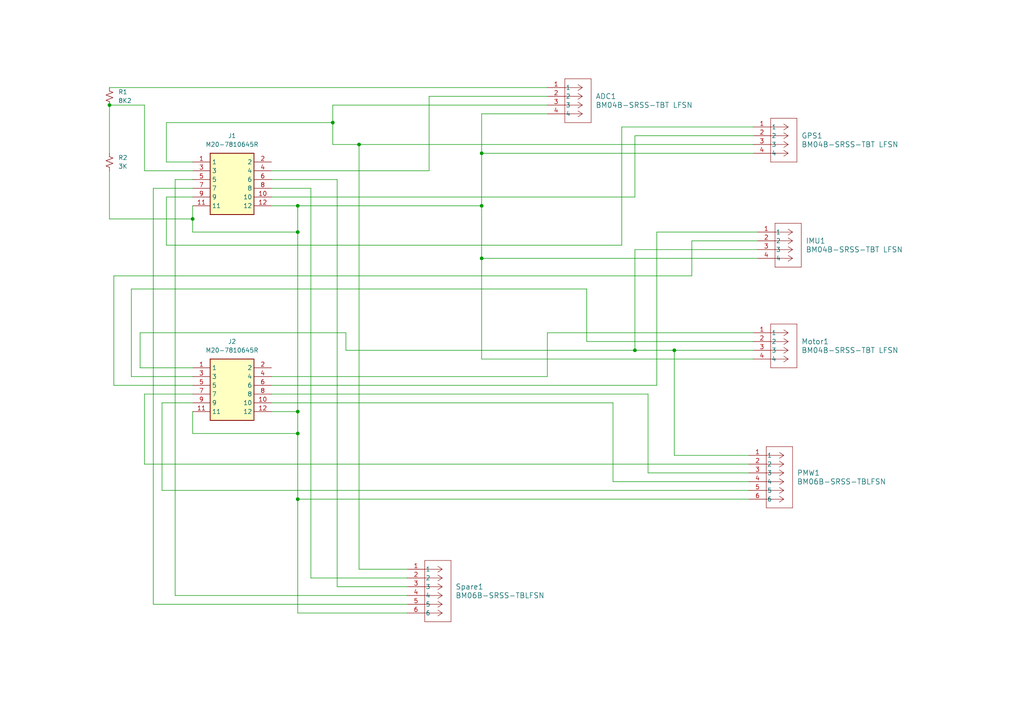
<source format=kicad_sch>
(kicad_sch (version 20230121) (generator eeschema)
  (paper "A4")
  (lib_symbols
    (symbol "2023-07-16_19-20-38:BM04B-SRSS-TBT_LFSN" (pin_names (offset 0.254))
      (property "Reference" "J" (at 8.89 6.35 0))
      (property "Value" "BM04B-SRSS-TBT LFSN" (at 0 0 0))
      (symbol "BM04B-SRSS-TBT_LFSN_1_1"
        (polyline (pts (xy 5.08 -10.16) (xy 12.7 -10.16)) (stroke (width 0.127)))
        (polyline (pts (xy 5.08 2.54) (xy 5.08 -10.16)) (stroke (width 0.127)))
        (polyline (pts (xy 10.16 -7.62) (xy 5.08 -7.62)) (stroke (width 0.127)))
        (polyline (pts (xy 10.16 -7.62) (xy 8.89 -8.4667)) (stroke (width 0.127)))
        (polyline (pts (xy 10.16 -7.62) (xy 8.89 -6.7733)) (stroke (width 0.127)))
        (polyline (pts (xy 10.16 -5.08) (xy 5.08 -5.08)) (stroke (width 0.127)))
        (polyline (pts (xy 10.16 -5.08) (xy 8.89 -5.9267)) (stroke (width 0.127)))
        (polyline (pts (xy 10.16 -5.08) (xy 8.89 -4.2333)) (stroke (width 0.127)))
        (polyline (pts (xy 10.16 -2.54) (xy 5.08 -2.54)) (stroke (width 0.127)))
        (polyline (pts (xy 10.16 -2.54) (xy 8.89 -3.3867)) (stroke (width 0.127)))
        (polyline (pts (xy 10.16 -2.54) (xy 8.89 -1.6933)) (stroke (width 0.127)))
        (polyline (pts (xy 10.16 0) (xy 5.08 0)) (stroke (width 0.127)))
        (polyline (pts (xy 10.16 0) (xy 8.89 -0.8467)) (stroke (width 0.127)))
        (polyline (pts (xy 10.16 0) (xy 8.89 0.8467)) (stroke (width 0.127)))
        (polyline (pts (xy 12.7 -10.16) (xy 12.7 2.54)) (stroke (width 0.127)))
        (polyline (pts (xy 12.7 2.54) (xy 5.08 2.54)) (stroke (width 0.127)))
        (pin unspecified line (at 0 0 0) (length 5.08) (name "1") (number "1"))
        (pin unspecified line (at 0 -2.54 0) (length 5.08) (name "2") (number "2"))
        (pin unspecified line (at 0 -5.08 0) (length 5.08) (name "3") (number "3"))
        (pin unspecified line (at 0 -7.62 0) (length 5.08) (name "4") (number "4"))
      )
      (symbol "BM04B-SRSS-TBT_LFSN_1_2"
        (polyline (pts (xy 5.08 -10.16) (xy 12.7 -10.16)) (stroke (width 0.127)))
        (polyline (pts (xy 5.08 2.54) (xy 5.08 -10.16)) (stroke (width 0.127)))
        (polyline (pts (xy 7.62 -7.62) (xy 5.08 -7.62)) (stroke (width 0.127)))
        (polyline (pts (xy 7.62 -7.62) (xy 8.89 -8.4667)) (stroke (width 0.127)))
        (polyline (pts (xy 7.62 -7.62) (xy 8.89 -6.7733)) (stroke (width 0.127)))
        (polyline (pts (xy 7.62 -5.08) (xy 5.08 -5.08)) (stroke (width 0.127)))
        (polyline (pts (xy 7.62 -5.08) (xy 8.89 -5.9267)) (stroke (width 0.127)))
        (polyline (pts (xy 7.62 -5.08) (xy 8.89 -4.2333)) (stroke (width 0.127)))
        (polyline (pts (xy 7.62 -2.54) (xy 5.08 -2.54)) (stroke (width 0.127)))
        (polyline (pts (xy 7.62 -2.54) (xy 8.89 -3.3867)) (stroke (width 0.127)))
        (polyline (pts (xy 7.62 -2.54) (xy 8.89 -1.6933)) (stroke (width 0.127)))
        (polyline (pts (xy 7.62 0) (xy 5.08 0)) (stroke (width 0.127)))
        (polyline (pts (xy 7.62 0) (xy 8.89 -0.8467)) (stroke (width 0.127)))
        (polyline (pts (xy 7.62 0) (xy 8.89 0.8467)) (stroke (width 0.127)))
        (polyline (pts (xy 12.7 -10.16) (xy 12.7 2.54)) (stroke (width 0.127)))
        (polyline (pts (xy 12.7 2.54) (xy 5.08 2.54)) (stroke (width 0.127)))
        (pin unspecified line (at 0 0 0) (length 5.08) (name "1") (number "1"))
        (pin unspecified line (at 0 -2.54 0) (length 5.08) (name "2") (number "2"))
        (pin unspecified line (at 0 -5.08 0) (length 5.08) (name "3") (number "3"))
        (pin unspecified line (at 0 -7.62 0) (length 5.08) (name "4") (number "4"))
      )
    )
    (symbol "2023-07-16_19-21-55:BM06B-SRSS-TBLFSN" (pin_names (offset 0.254))
      (property "Reference" "J" (at 8.89 6.35 0))
      (property "Value" "BM06B-SRSS-TBLFSN" (at 0 0 0))
      (symbol "BM06B-SRSS-TBLFSN_1_1"
        (polyline (pts (xy 5.08 -15.24) (xy 12.7 -15.24)) (stroke (width 0.127)))
        (polyline (pts (xy 5.08 2.54) (xy 5.08 -15.24)) (stroke (width 0.127)))
        (polyline (pts (xy 10.16 -12.7) (xy 5.08 -12.7)) (stroke (width 0.127)))
        (polyline (pts (xy 10.16 -12.7) (xy 8.89 -13.5467)) (stroke (width 0.127)))
        (polyline (pts (xy 10.16 -12.7) (xy 8.89 -11.8533)) (stroke (width 0.127)))
        (polyline (pts (xy 10.16 -10.16) (xy 5.08 -10.16)) (stroke (width 0.127)))
        (polyline (pts (xy 10.16 -10.16) (xy 8.89 -11.0067)) (stroke (width 0.127)))
        (polyline (pts (xy 10.16 -10.16) (xy 8.89 -9.3133)) (stroke (width 0.127)))
        (polyline (pts (xy 10.16 -7.62) (xy 5.08 -7.62)) (stroke (width 0.127)))
        (polyline (pts (xy 10.16 -7.62) (xy 8.89 -8.4667)) (stroke (width 0.127)))
        (polyline (pts (xy 10.16 -7.62) (xy 8.89 -6.7733)) (stroke (width 0.127)))
        (polyline (pts (xy 10.16 -5.08) (xy 5.08 -5.08)) (stroke (width 0.127)))
        (polyline (pts (xy 10.16 -5.08) (xy 8.89 -5.9267)) (stroke (width 0.127)))
        (polyline (pts (xy 10.16 -5.08) (xy 8.89 -4.2333)) (stroke (width 0.127)))
        (polyline (pts (xy 10.16 -2.54) (xy 5.08 -2.54)) (stroke (width 0.127)))
        (polyline (pts (xy 10.16 -2.54) (xy 8.89 -3.3867)) (stroke (width 0.127)))
        (polyline (pts (xy 10.16 -2.54) (xy 8.89 -1.6933)) (stroke (width 0.127)))
        (polyline (pts (xy 10.16 0) (xy 5.08 0)) (stroke (width 0.127)))
        (polyline (pts (xy 10.16 0) (xy 8.89 -0.8467)) (stroke (width 0.127)))
        (polyline (pts (xy 10.16 0) (xy 8.89 0.8467)) (stroke (width 0.127)))
        (polyline (pts (xy 12.7 -15.24) (xy 12.7 2.54)) (stroke (width 0.127)))
        (polyline (pts (xy 12.7 2.54) (xy 5.08 2.54)) (stroke (width 0.127)))
        (pin unspecified line (at 0 0 0) (length 5.08) (name "1") (number "1"))
        (pin unspecified line (at 0 -2.54 0) (length 5.08) (name "2") (number "2"))
        (pin unspecified line (at 0 -5.08 0) (length 5.08) (name "3") (number "3"))
        (pin unspecified line (at 0 -7.62 0) (length 5.08) (name "4") (number "4"))
        (pin unspecified line (at 0 -10.16 0) (length 5.08) (name "5") (number "5"))
        (pin unspecified line (at 0 -12.7 0) (length 5.08) (name "6") (number "6"))
      )
      (symbol "BM06B-SRSS-TBLFSN_1_2"
        (polyline (pts (xy 5.08 -15.24) (xy 12.7 -15.24)) (stroke (width 0.127)))
        (polyline (pts (xy 5.08 2.54) (xy 5.08 -15.24)) (stroke (width 0.127)))
        (polyline (pts (xy 7.62 -12.7) (xy 5.08 -12.7)) (stroke (width 0.127)))
        (polyline (pts (xy 7.62 -12.7) (xy 8.89 -13.5467)) (stroke (width 0.127)))
        (polyline (pts (xy 7.62 -12.7) (xy 8.89 -11.8533)) (stroke (width 0.127)))
        (polyline (pts (xy 7.62 -10.16) (xy 5.08 -10.16)) (stroke (width 0.127)))
        (polyline (pts (xy 7.62 -10.16) (xy 8.89 -11.0067)) (stroke (width 0.127)))
        (polyline (pts (xy 7.62 -10.16) (xy 8.89 -9.3133)) (stroke (width 0.127)))
        (polyline (pts (xy 7.62 -7.62) (xy 5.08 -7.62)) (stroke (width 0.127)))
        (polyline (pts (xy 7.62 -7.62) (xy 8.89 -8.4667)) (stroke (width 0.127)))
        (polyline (pts (xy 7.62 -7.62) (xy 8.89 -6.7733)) (stroke (width 0.127)))
        (polyline (pts (xy 7.62 -5.08) (xy 5.08 -5.08)) (stroke (width 0.127)))
        (polyline (pts (xy 7.62 -5.08) (xy 8.89 -5.9267)) (stroke (width 0.127)))
        (polyline (pts (xy 7.62 -5.08) (xy 8.89 -4.2333)) (stroke (width 0.127)))
        (polyline (pts (xy 7.62 -2.54) (xy 5.08 -2.54)) (stroke (width 0.127)))
        (polyline (pts (xy 7.62 -2.54) (xy 8.89 -3.3867)) (stroke (width 0.127)))
        (polyline (pts (xy 7.62 -2.54) (xy 8.89 -1.6933)) (stroke (width 0.127)))
        (polyline (pts (xy 7.62 0) (xy 5.08 0)) (stroke (width 0.127)))
        (polyline (pts (xy 7.62 0) (xy 8.89 -0.8467)) (stroke (width 0.127)))
        (polyline (pts (xy 7.62 0) (xy 8.89 0.8467)) (stroke (width 0.127)))
        (polyline (pts (xy 12.7 -15.24) (xy 12.7 2.54)) (stroke (width 0.127)))
        (polyline (pts (xy 12.7 2.54) (xy 5.08 2.54)) (stroke (width 0.127)))
        (pin unspecified line (at 0 0 0) (length 5.08) (name "1") (number "1"))
        (pin unspecified line (at 0 -2.54 0) (length 5.08) (name "2") (number "2"))
        (pin unspecified line (at 0 -5.08 0) (length 5.08) (name "3") (number "3"))
        (pin unspecified line (at 0 -7.62 0) (length 5.08) (name "4") (number "4"))
        (pin unspecified line (at 0 -10.16 0) (length 5.08) (name "5") (number "5"))
        (pin unspecified line (at 0 -12.7 0) (length 5.08) (name "6") (number "6"))
      )
    )
    (symbol "Device:R_Small_US" (pin_numbers hide) (pin_names (offset 0.254) hide)
      (property "Reference" "R" (at 0.762 0.508 0))
      (property "Value" "R_Small_US" (at 0.762 -1.016 0))
      (symbol "R_Small_US_1_1"
        (polyline (pts (xy 0 0) (xy 1.016 -0.381) (xy 0 -0.762) (xy -1.016 -1.143) (xy 0 -1.524)))
        (polyline (pts (xy 0 1.524) (xy 1.016 1.143) (xy 0 0.762) (xy -1.016 0.381) (xy 0 0)))
        (pin passive line (at 0 2.54 270) (length 1.016) (name "~") (number "1"))
        (pin passive line (at 0 -2.54 90) (length 1.016) (name "~") (number "2"))
      )
    )
    (symbol "M20-7810645R:M20-7810645R"
      (property "Reference" "J" (at 19.05 7.62 0))
      (property "Value" "M20-7810645R" (at 19.05 5.08 0))
      (symbol "M20-7810645R_1_1"
        (rectangle (start 5.08 2.54) (end 17.78 -15.24) (stroke (width 0.254)) (fill (type background)))
        (pin passive line (at 0 0 0) (length 5.08) (name "1") (number "1"))
        (pin passive line (at 22.86 -10.16 180) (length 5.08) (name "10") (number "10"))
        (pin passive line (at 0 -12.7 0) (length 5.08) (name "11") (number "11"))
        (pin passive line (at 22.86 -12.7 180) (length 5.08) (name "12") (number "12"))
        (pin passive line (at 22.86 0 180) (length 5.08) (name "2") (number "2"))
        (pin passive line (at 0 -2.54 0) (length 5.08) (name "3") (number "3"))
        (pin passive line (at 22.86 -2.54 180) (length 5.08) (name "4") (number "4"))
        (pin passive line (at 0 -5.08 0) (length 5.08) (name "5") (number "5"))
        (pin passive line (at 22.86 -5.08 180) (length 5.08) (name "6") (number "6"))
        (pin passive line (at 0 -7.62 0) (length 5.08) (name "7") (number "7"))
        (pin passive line (at 22.86 -7.62 180) (length 5.08) (name "8") (number "8"))
        (pin passive line (at 0 -10.16 0) (length 5.08) (name "9") (number "9"))
      )
    )
  )
  (junction (at 86.36 59.69))
  (junction (at 104.14 41.91))
  (junction (at 139.7 74.93))
  (junction (at 184.15 101.6))
  (junction (at 96.52 35.56))
  (junction (at 195.58 101.6))
  (junction (at 55.88 63.5))
  (junction (at 86.36 119.38))
  (junction (at 86.36 67.31))
  (junction (at 86.36 125.73))
  (junction (at 31.75 30.48))
  (junction (at 86.36 144.78))
  (junction (at 139.7 59.69))
  (junction (at 139.7 44.45))
  (wire (pts (xy 78.74 54.61) (xy 90.17 54.61)))
  (wire (pts (xy 78.74 119.38) (xy 86.36 119.38)))
  (wire (pts (xy 218.44 101.6) (xy 195.58 101.6)))
  (wire (pts (xy 139.7 33.02) (xy 139.7 44.45)))
  (wire (pts (xy 118.11 175.26) (xy 44.45 175.26)))
  (wire (pts (xy 218.44 104.14) (xy 139.7 104.14)))
  (wire (pts (xy 31.75 30.48) (xy 31.75 44.45)))
  (wire (pts (xy 184.15 72.39) (xy 184.15 101.6)))
  (wire (pts (xy 78.74 57.15) (xy 184.15 57.15)))
  (wire (pts (xy 180.34 71.12) (xy 180.34 36.83)))
  (wire (pts (xy 55.88 49.53) (xy 41.91 49.53)))
  (wire (pts (xy 33.02 111.76) (xy 33.02 80.01)))
  (wire (pts (xy 218.44 44.45) (xy 139.7 44.45)))
  (wire (pts (xy 55.88 111.76) (xy 33.02 111.76)))
  (wire (pts (xy 124.46 49.53) (xy 124.46 27.94)))
  (wire (pts (xy 78.74 116.84) (xy 177.8 116.84)))
  (wire (pts (xy 139.7 59.69) (xy 139.7 74.93)))
  (wire (pts (xy 55.88 57.15) (xy 48.26 57.15)))
  (wire (pts (xy 78.74 52.07) (xy 97.79 52.07)))
  (wire (pts (xy 55.88 116.84) (xy 46.99 116.84)))
  (wire (pts (xy 90.17 167.64) (xy 118.11 167.64)))
  (wire (pts (xy 139.7 44.45) (xy 139.7 59.69)))
  (wire (pts (xy 187.96 137.16) (xy 217.17 137.16)))
  (wire (pts (xy 78.74 114.3) (xy 187.96 114.3)))
  (wire (pts (xy 219.71 72.39) (xy 184.15 72.39)))
  (wire (pts (xy 55.88 114.3) (xy 41.91 114.3)))
  (wire (pts (xy 48.26 46.99) (xy 55.88 46.99)))
  (wire (pts (xy 139.7 74.93) (xy 139.7 104.14)))
  (wire (pts (xy 97.79 52.07) (xy 97.79 170.18)))
  (wire (pts (xy 170.18 83.82) (xy 170.18 99.06)))
  (wire (pts (xy 31.75 63.5) (xy 55.88 63.5)))
  (wire (pts (xy 90.17 54.61) (xy 90.17 167.64)))
  (wire (pts (xy 44.45 54.61) (xy 55.88 54.61)))
  (wire (pts (xy 177.8 139.7) (xy 217.17 139.7)))
  (wire (pts (xy 46.99 142.24) (xy 217.17 142.24)))
  (wire (pts (xy 41.91 30.48) (xy 41.91 49.53)))
  (wire (pts (xy 48.26 35.56) (xy 48.26 46.99)))
  (wire (pts (xy 41.91 114.3) (xy 41.91 134.62)))
  (wire (pts (xy 31.75 49.53) (xy 31.75 63.5)))
  (wire (pts (xy 55.88 119.38) (xy 55.88 125.73)))
  (wire (pts (xy 118.11 172.72) (xy 50.8 172.72)))
  (wire (pts (xy 38.1 109.22) (xy 38.1 83.82)))
  (wire (pts (xy 200.66 80.01) (xy 200.66 69.85)))
  (wire (pts (xy 55.88 63.5) (xy 55.88 67.31)))
  (wire (pts (xy 200.66 69.85) (xy 219.71 69.85)))
  (wire (pts (xy 219.71 74.93) (xy 139.7 74.93)))
  (wire (pts (xy 38.1 83.82) (xy 170.18 83.82)))
  (wire (pts (xy 86.36 59.69) (xy 139.7 59.69)))
  (wire (pts (xy 104.14 165.1) (xy 104.14 41.91)))
  (wire (pts (xy 184.15 57.15) (xy 184.15 39.37)))
  (wire (pts (xy 50.8 52.07) (xy 55.88 52.07)))
  (wire (pts (xy 158.75 33.02) (xy 139.7 33.02)))
  (wire (pts (xy 218.44 41.91) (xy 104.14 41.91)))
  (wire (pts (xy 195.58 132.08) (xy 195.58 101.6)))
  (wire (pts (xy 96.52 35.56) (xy 96.52 41.91)))
  (wire (pts (xy 96.52 35.56) (xy 48.26 35.56)))
  (wire (pts (xy 217.17 144.78) (xy 86.36 144.78)))
  (wire (pts (xy 50.8 52.07) (xy 50.8 172.72)))
  (wire (pts (xy 158.75 30.48) (xy 96.52 30.48)))
  (wire (pts (xy 78.74 49.53) (xy 124.46 49.53)))
  (wire (pts (xy 86.36 119.38) (xy 86.36 125.73)))
  (wire (pts (xy 118.11 177.8) (xy 86.36 177.8)))
  (wire (pts (xy 118.11 165.1) (xy 104.14 165.1)))
  (wire (pts (xy 86.36 177.8) (xy 86.36 144.78)))
  (wire (pts (xy 100.33 101.6) (xy 184.15 101.6)))
  (wire (pts (xy 184.15 101.6) (xy 195.58 101.6)))
  (wire (pts (xy 97.79 170.18) (xy 118.11 170.18)))
  (wire (pts (xy 158.75 96.52) (xy 218.44 96.52)))
  (wire (pts (xy 100.33 101.6) (xy 100.33 96.52)))
  (wire (pts (xy 40.64 96.52) (xy 40.64 106.68)))
  (wire (pts (xy 86.36 125.73) (xy 86.36 144.78)))
  (wire (pts (xy 104.14 41.91) (xy 96.52 41.91)))
  (wire (pts (xy 184.15 39.37) (xy 218.44 39.37)))
  (wire (pts (xy 41.91 134.62) (xy 217.17 134.62)))
  (wire (pts (xy 48.26 71.12) (xy 180.34 71.12)))
  (wire (pts (xy 31.75 25.4) (xy 158.75 25.4)))
  (wire (pts (xy 33.02 80.01) (xy 200.66 80.01)))
  (wire (pts (xy 187.96 114.3) (xy 187.96 137.16)))
  (wire (pts (xy 78.74 111.76) (xy 190.5 111.76)))
  (wire (pts (xy 190.5 67.31) (xy 219.71 67.31)))
  (wire (pts (xy 46.99 116.84) (xy 46.99 142.24)))
  (wire (pts (xy 124.46 27.94) (xy 158.75 27.94)))
  (wire (pts (xy 44.45 54.61) (xy 44.45 175.26)))
  (wire (pts (xy 55.88 67.31) (xy 86.36 67.31)))
  (wire (pts (xy 55.88 125.73) (xy 86.36 125.73)))
  (wire (pts (xy 96.52 30.48) (xy 96.52 35.56)))
  (wire (pts (xy 158.75 109.22) (xy 158.75 96.52)))
  (wire (pts (xy 86.36 59.69) (xy 86.36 67.31)))
  (wire (pts (xy 100.33 96.52) (xy 40.64 96.52)))
  (wire (pts (xy 86.36 67.31) (xy 86.36 119.38)))
  (wire (pts (xy 170.18 99.06) (xy 218.44 99.06)))
  (wire (pts (xy 40.64 106.68) (xy 55.88 106.68)))
  (wire (pts (xy 55.88 59.69) (xy 55.88 63.5)))
  (wire (pts (xy 177.8 116.84) (xy 177.8 139.7)))
  (wire (pts (xy 180.34 36.83) (xy 218.44 36.83)))
  (wire (pts (xy 78.74 109.22) (xy 158.75 109.22)))
  (wire (pts (xy 78.74 59.69) (xy 86.36 59.69)))
  (wire (pts (xy 217.17 132.08) (xy 195.58 132.08)))
  (wire (pts (xy 48.26 57.15) (xy 48.26 71.12)))
  (wire (pts (xy 55.88 109.22) (xy 38.1 109.22)))
  (wire (pts (xy 190.5 111.76) (xy 190.5 67.31)))
  (wire (pts (xy 41.91 30.48) (xy 31.75 30.48)))
  (symbol (lib_id "M20-7810645R:M20-7810645R") (at 55.88 106.68 0) (unit 1)
    (property "Reference" "J2" (at 67.31 99.06 0))
    (property "Value" "M20-7810645R" (at 67.31 101.6 0))
    (property "Footprint" "M207810645R" (effects hide))
    (property "Datasheet" "https://cdn.harwin.com/pdfs/M20-781.pdf" (effects hide))
    (property "Height" "4" (effects hide))
    (property "Manufacturer_Name" "Harwin" (effects hide))
    (property "Manufacturer_Part_Number" "M20-7810645R" (effects hide))
    (property "Mouser Part Number" "855-M20-7810645R" (effects hide))
    (property "Mouser Price/Stock" "https://www.mouser.co.uk/ProductDetail/Harwin/M20-7810645R?qs=k41KVqW3ymrt%2Fg9ORH5nng%3D%3D" (effects hide))
  )
  (symbol (lib_id "2023-07-16_19-21-55:BM06B-SRSS-TBLFSN") (at 217.17 132.08 0) (unit 1)
    (property "Reference" "PMW1" (at 231.14 137.16 0) (effects (font (size 1.524 1.524)) (justify left)))
    (property "Value" "BM06B-SRSS-TBLFSN" (at 231.14 139.7 0) (effects (font (size 1.524 1.524)) (justify left)))
    (property "Footprint" "CONN_BM06B-SRSS-TB_JST" (effects hide))
    (property "Datasheet" "BM06B-SRSS-TBLFSN" (effects hide))
  )
  (symbol (lib_id "M20-7810645R:M20-7810645R") (at 55.88 46.99 0) (unit 1)
    (property "Reference" "J1" (at 67.31 39.37 0))
    (property "Value" "M20-7810645R" (at 67.31 41.91 0))
    (property "Footprint" "M207810645R" (effects hide))
    (property "Datasheet" "https://cdn.harwin.com/pdfs/M20-781.pdf" (effects hide))
    (property "Height" "4" (effects hide))
    (property "Manufacturer_Name" "Harwin" (effects hide))
    (property "Manufacturer_Part_Number" "M20-7810645R" (effects hide))
    (property "Mouser Part Number" "855-M20-7810645R" (effects hide))
    (property "Mouser Price/Stock" "https://www.mouser.co.uk/ProductDetail/Harwin/M20-7810645R?qs=k41KVqW3ymrt%2Fg9ORH5nng%3D%3D" (effects hide))
  )
  (symbol (lib_id "2023-07-16_19-21-55:BM06B-SRSS-TBLFSN") (at 118.11 165.1 0) (unit 1)
    (property "Reference" "Spare1" (at 132.08 170.18 0) (effects (font (size 1.524 1.524)) (justify left)))
    (property "Value" "BM06B-SRSS-TBLFSN" (at 132.08 172.72 0) (effects (font (size 1.524 1.524)) (justify left)))
    (property "Footprint" "CONN_BM06B-SRSS-TB_JST" (effects hide))
    (property "Datasheet" "BM06B-SRSS-TBLFSN" (effects hide))
  )
  (symbol (lib_id "Device:R_Small_US") (at 31.75 46.99 0) (unit 1)
    (property "Reference" "R2" (at 34.29 45.72 0) (effects (justify left)))
    (property "Value" "3K" (at 34.29 48.26 0) (effects (justify left)))
    (property "Footprint" "Resistor_SMD:R_0805_2012Metric_Pad1.20x1.40mm_HandSolder" (effects hide))
  )
  (symbol (lib_id "Device:R_Small_US") (at 31.75 27.94 0) (unit 1)
    (property "Reference" "R1" (at 34.29 26.67 0) (effects (justify left)))
    (property "Value" "8K2" (at 34.29 29.21 0) (effects (justify left)))
    (property "Footprint" "Resistor_SMD:R_0805_2012Metric_Pad1.20x1.40mm_HandSolder" (effects hide))
  )
  (symbol (lib_id "2023-07-16_19-20-38:BM04B-SRSS-TBT_LFSN") (at 219.71 67.31 0) (unit 1)
    (property "Reference" "IMU1" (at 233.68 69.85 0) (effects (font (size 1.524 1.524)) (justify left)))
    (property "Value" "BM04B-SRSS-TBT LFSN" (at 233.68 72.39 0) (effects (font (size 1.524 1.524)) (justify left)))
    (property "Footprint" "CONN_BM04B-SRSS-TBT LFSN_JST" (effects hide))
    (property "Datasheet" "BM04B-SRSS-TBT LFSN" (effects hide))
  )
  (symbol (lib_id "2023-07-16_19-20-38:BM04B-SRSS-TBT_LFSN") (at 158.75 25.4 0) (unit 1)
    (property "Reference" "ADC1" (at 172.72 27.94 0) (effects (font (size 1.524 1.524)) (justify left)))
    (property "Value" "BM04B-SRSS-TBT LFSN" (at 172.72 30.48 0) (effects (font (size 1.524 1.524)) (justify left)))
    (property "Footprint" "CONN_BM04B-SRSS-TBT LFSN_JST" (effects hide))
    (property "Datasheet" "BM04B-SRSS-TBT LFSN" (effects hide))
  )
  (symbol (lib_id "2023-07-16_19-20-38:BM04B-SRSS-TBT_LFSN") (at 218.44 36.83 0) (unit 1)
    (property "Reference" "GPS1" (at 232.41 39.37 0) (effects (font (size 1.524 1.524)) (justify left)))
    (property "Value" "BM04B-SRSS-TBT LFSN" (at 232.41 41.91 0) (effects (font (size 1.524 1.524)) (justify left)))
    (property "Footprint" "CONN_BM04B-SRSS-TBT LFSN_JST" (effects hide))
    (property "Datasheet" "BM04B-SRSS-TBT LFSN" (effects hide))
  )
  (symbol (lib_id "2023-07-16_19-20-38:BM04B-SRSS-TBT_LFSN") (at 218.44 96.52 0) (unit 1)
    (property "Reference" "Motor1" (at 232.41 99.06 0) (effects (font (size 1.524 1.524)) (justify left)))
    (property "Value" "BM04B-SRSS-TBT LFSN" (at 232.41 101.6 0) (effects (font (size 1.524 1.524)) (justify left)))
    (property "Footprint" "CONN_BM04B-SRSS-TBT LFSN_JST" (effects hide))
    (property "Datasheet" "BM04B-SRSS-TBT LFSN" (effects hide))
  )
)
</source>
